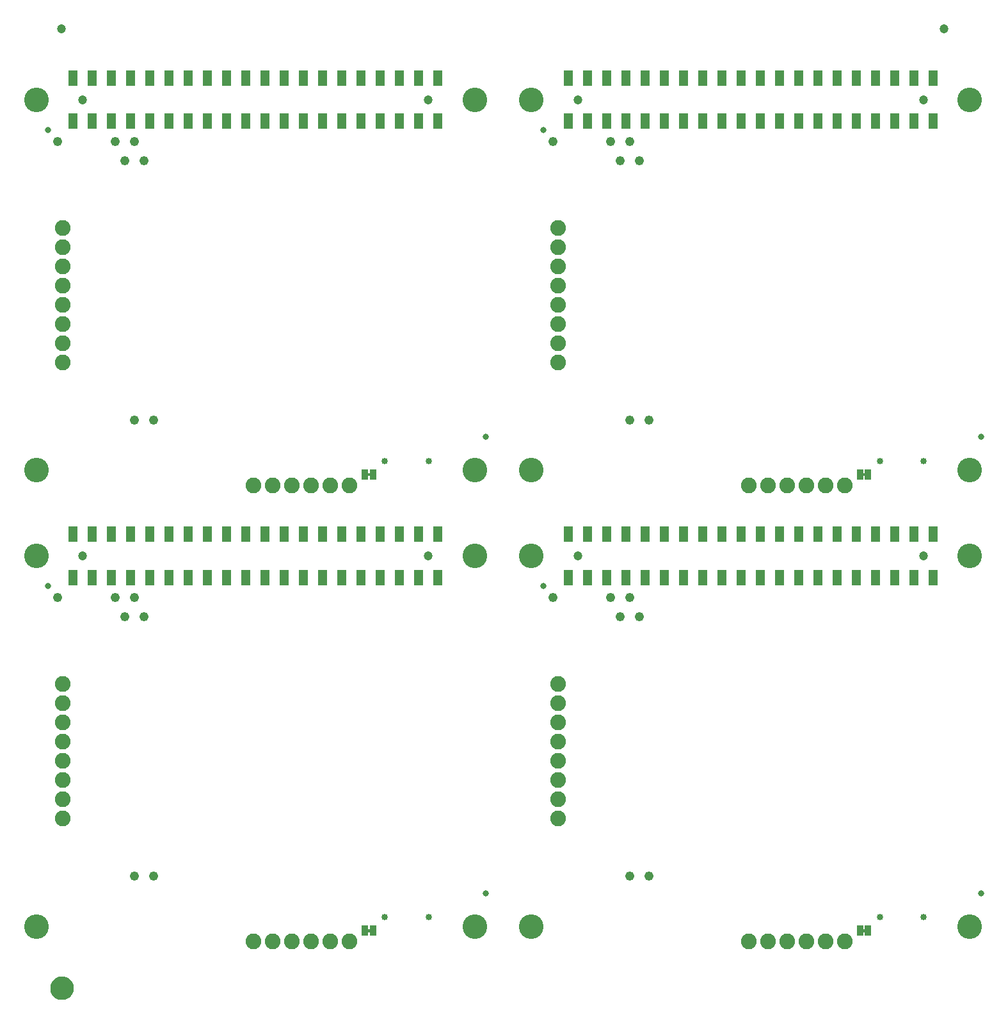
<source format=gbs>
G04 EAGLE Gerber RS-274X export*
G75*
%MOMM*%
%FSLAX34Y34*%
%LPD*%
%INSoldermask Bottom*%
%IPPOS*%
%AMOC8*
5,1,8,0,0,1.08239X$1,22.5*%
G01*
%ADD10C,0.853200*%
%ADD11R,1.223200X2.073200*%
%ADD12C,1.203200*%
%ADD13C,3.251200*%
%ADD14C,0.838200*%
%ADD15C,2.082800*%
%ADD16C,1.219200*%
%ADD17R,0.863600X1.473200*%
%ADD18C,1.270000*%
%ADD19C,1.703200*%

G36*
X1132041Y630415D02*
X1132041Y630415D01*
X1132107Y630417D01*
X1132151Y630435D01*
X1132197Y630443D01*
X1132254Y630477D01*
X1132315Y630501D01*
X1132350Y630533D01*
X1132390Y630557D01*
X1132432Y630608D01*
X1132480Y630653D01*
X1132502Y630695D01*
X1132532Y630731D01*
X1132553Y630794D01*
X1132583Y630852D01*
X1132591Y630907D01*
X1132604Y630944D01*
X1132603Y630983D01*
X1132611Y631038D01*
X1132611Y633578D01*
X1132599Y633642D01*
X1132597Y633708D01*
X1132579Y633752D01*
X1132571Y633798D01*
X1132537Y633855D01*
X1132513Y633916D01*
X1132481Y633951D01*
X1132457Y633992D01*
X1132406Y634033D01*
X1132361Y634082D01*
X1132319Y634103D01*
X1132283Y634133D01*
X1132220Y634154D01*
X1132162Y634184D01*
X1132107Y634192D01*
X1132070Y634205D01*
X1132031Y634204D01*
X1131976Y634212D01*
X1128166Y634212D01*
X1128102Y634200D01*
X1128036Y634198D01*
X1127992Y634181D01*
X1127946Y634172D01*
X1127889Y634139D01*
X1127828Y634114D01*
X1127793Y634082D01*
X1127752Y634058D01*
X1127711Y634007D01*
X1127662Y633963D01*
X1127641Y633921D01*
X1127611Y633884D01*
X1127590Y633822D01*
X1127560Y633763D01*
X1127552Y633709D01*
X1127539Y633671D01*
X1127539Y633669D01*
X1127539Y633668D01*
X1127540Y633632D01*
X1127532Y633578D01*
X1127532Y631038D01*
X1127544Y630973D01*
X1127546Y630907D01*
X1127563Y630863D01*
X1127572Y630817D01*
X1127605Y630760D01*
X1127630Y630699D01*
X1127662Y630664D01*
X1127686Y630624D01*
X1127737Y630582D01*
X1127781Y630534D01*
X1127824Y630512D01*
X1127860Y630482D01*
X1127922Y630461D01*
X1127981Y630431D01*
X1128035Y630423D01*
X1128073Y630410D01*
X1128112Y630411D01*
X1128166Y630403D01*
X1131976Y630403D01*
X1132041Y630415D01*
G37*
G36*
X476950Y630415D02*
X476950Y630415D01*
X477016Y630417D01*
X477059Y630435D01*
X477106Y630443D01*
X477163Y630477D01*
X477223Y630501D01*
X477258Y630533D01*
X477299Y630557D01*
X477341Y630608D01*
X477389Y630653D01*
X477411Y630695D01*
X477440Y630731D01*
X477461Y630794D01*
X477492Y630852D01*
X477500Y630907D01*
X477512Y630944D01*
X477511Y630983D01*
X477519Y631038D01*
X477519Y633578D01*
X477508Y633642D01*
X477506Y633708D01*
X477488Y633752D01*
X477480Y633798D01*
X477446Y633855D01*
X477421Y633916D01*
X477390Y633951D01*
X477365Y633992D01*
X477314Y634033D01*
X477270Y634082D01*
X477228Y634103D01*
X477191Y634133D01*
X477129Y634154D01*
X477070Y634184D01*
X477016Y634192D01*
X476979Y634205D01*
X476939Y634204D01*
X476885Y634212D01*
X473075Y634212D01*
X473010Y634200D01*
X472944Y634198D01*
X472901Y634181D01*
X472854Y634172D01*
X472797Y634139D01*
X472737Y634114D01*
X472702Y634082D01*
X472661Y634058D01*
X472620Y634007D01*
X472571Y633963D01*
X472549Y633921D01*
X472520Y633884D01*
X472499Y633822D01*
X472468Y633763D01*
X472460Y633709D01*
X472448Y633671D01*
X472448Y633669D01*
X472448Y633668D01*
X472449Y633632D01*
X472441Y633578D01*
X472441Y631038D01*
X472452Y630973D01*
X472454Y630907D01*
X472472Y630863D01*
X472480Y630817D01*
X472514Y630760D01*
X472539Y630699D01*
X472570Y630664D01*
X472595Y630624D01*
X472646Y630582D01*
X472690Y630534D01*
X472732Y630512D01*
X472769Y630482D01*
X472831Y630461D01*
X472890Y630431D01*
X472944Y630423D01*
X472981Y630410D01*
X473021Y630411D01*
X473075Y630403D01*
X476885Y630403D01*
X476950Y630415D01*
G37*
G36*
X1132041Y27317D02*
X1132041Y27317D01*
X1132107Y27319D01*
X1132151Y27337D01*
X1132197Y27345D01*
X1132254Y27379D01*
X1132315Y27404D01*
X1132350Y27435D01*
X1132390Y27460D01*
X1132432Y27511D01*
X1132480Y27555D01*
X1132502Y27597D01*
X1132532Y27634D01*
X1132553Y27696D01*
X1132583Y27755D01*
X1132591Y27809D01*
X1132604Y27846D01*
X1132603Y27886D01*
X1132611Y27940D01*
X1132611Y30480D01*
X1132599Y30545D01*
X1132597Y30611D01*
X1132579Y30654D01*
X1132571Y30701D01*
X1132537Y30758D01*
X1132513Y30818D01*
X1132481Y30853D01*
X1132457Y30894D01*
X1132406Y30936D01*
X1132361Y30984D01*
X1132319Y31006D01*
X1132283Y31035D01*
X1132220Y31056D01*
X1132162Y31087D01*
X1132107Y31095D01*
X1132070Y31107D01*
X1132031Y31106D01*
X1131976Y31114D01*
X1128166Y31114D01*
X1128102Y31103D01*
X1128036Y31101D01*
X1127992Y31083D01*
X1127946Y31075D01*
X1127889Y31041D01*
X1127828Y31016D01*
X1127793Y30985D01*
X1127752Y30960D01*
X1127711Y30909D01*
X1127662Y30865D01*
X1127641Y30823D01*
X1127611Y30786D01*
X1127590Y30724D01*
X1127560Y30665D01*
X1127552Y30611D01*
X1127539Y30574D01*
X1127539Y30571D01*
X1127540Y30534D01*
X1127532Y30480D01*
X1127532Y27940D01*
X1127544Y27875D01*
X1127546Y27809D01*
X1127563Y27766D01*
X1127572Y27719D01*
X1127605Y27662D01*
X1127630Y27602D01*
X1127662Y27567D01*
X1127686Y27526D01*
X1127737Y27485D01*
X1127781Y27436D01*
X1127824Y27414D01*
X1127860Y27385D01*
X1127922Y27364D01*
X1127981Y27333D01*
X1128035Y27325D01*
X1128073Y27313D01*
X1128112Y27314D01*
X1128166Y27306D01*
X1131976Y27306D01*
X1132041Y27317D01*
G37*
G36*
X476950Y27317D02*
X476950Y27317D01*
X477016Y27319D01*
X477059Y27337D01*
X477106Y27345D01*
X477163Y27379D01*
X477223Y27404D01*
X477258Y27435D01*
X477299Y27460D01*
X477341Y27511D01*
X477389Y27555D01*
X477411Y27597D01*
X477440Y27634D01*
X477461Y27696D01*
X477492Y27755D01*
X477500Y27809D01*
X477512Y27846D01*
X477511Y27886D01*
X477519Y27940D01*
X477519Y30480D01*
X477508Y30545D01*
X477506Y30611D01*
X477488Y30654D01*
X477480Y30701D01*
X477446Y30758D01*
X477421Y30818D01*
X477390Y30853D01*
X477365Y30894D01*
X477314Y30936D01*
X477270Y30984D01*
X477228Y31006D01*
X477191Y31035D01*
X477129Y31056D01*
X477070Y31087D01*
X477016Y31095D01*
X476979Y31107D01*
X476939Y31106D01*
X476885Y31114D01*
X473075Y31114D01*
X473010Y31103D01*
X472944Y31101D01*
X472901Y31083D01*
X472854Y31075D01*
X472797Y31041D01*
X472737Y31016D01*
X472702Y30985D01*
X472661Y30960D01*
X472620Y30909D01*
X472571Y30865D01*
X472549Y30823D01*
X472520Y30786D01*
X472499Y30724D01*
X472468Y30665D01*
X472460Y30611D01*
X472448Y30574D01*
X472448Y30571D01*
X472449Y30534D01*
X472441Y30480D01*
X472441Y27940D01*
X472452Y27875D01*
X472454Y27809D01*
X472472Y27766D01*
X472480Y27719D01*
X472514Y27662D01*
X472539Y27602D01*
X472570Y27567D01*
X472595Y27526D01*
X472646Y27485D01*
X472690Y27436D01*
X472732Y27414D01*
X472769Y27385D01*
X472831Y27364D01*
X472890Y27333D01*
X472944Y27325D01*
X472981Y27313D01*
X473021Y27314D01*
X473075Y27306D01*
X476885Y27306D01*
X476950Y27317D01*
G37*
D10*
X496100Y47340D03*
X553900Y47340D03*
D11*
X83720Y496285D03*
X83720Y553435D03*
X109120Y496285D03*
X109120Y553435D03*
X134520Y496285D03*
X134520Y553435D03*
X159920Y496285D03*
X159920Y553435D03*
X185320Y496285D03*
X185320Y553435D03*
X210720Y496285D03*
X210720Y553435D03*
X236120Y496285D03*
X236120Y553435D03*
X261520Y496285D03*
X261520Y553435D03*
X286920Y496285D03*
X286920Y553435D03*
X312320Y496285D03*
X312320Y553435D03*
X337720Y496285D03*
X337720Y553435D03*
X363120Y496285D03*
X363120Y553435D03*
X388520Y496285D03*
X388520Y553435D03*
X413920Y496285D03*
X413920Y553435D03*
X439320Y496285D03*
X439320Y553435D03*
X464720Y496285D03*
X464720Y553435D03*
X490120Y496285D03*
X490120Y553435D03*
X515520Y496285D03*
X515520Y553435D03*
X540920Y496285D03*
X540920Y553435D03*
X566320Y496285D03*
X566320Y553435D03*
D12*
X96420Y524860D03*
X553620Y524860D03*
D13*
X35000Y35000D03*
X615000Y35000D03*
X35000Y525000D03*
X615000Y525000D03*
D14*
X629732Y79018D03*
X50480Y485080D03*
D15*
X322500Y15000D03*
X347900Y15000D03*
X373300Y15000D03*
X398700Y15000D03*
X424100Y15000D03*
X449500Y15000D03*
D16*
X139700Y469900D03*
X165100Y469900D03*
X177800Y444500D03*
X152400Y444500D03*
X63500Y469900D03*
X190500Y101600D03*
X165100Y101600D03*
D15*
X70000Y355500D03*
X70000Y330100D03*
X70000Y304700D03*
X70000Y279300D03*
X70000Y253900D03*
X70000Y228500D03*
X70000Y203100D03*
X70000Y177700D03*
D17*
X469773Y29210D03*
X480187Y29210D03*
D10*
X1151191Y47340D03*
X1208991Y47340D03*
D11*
X738811Y496285D03*
X738811Y553435D03*
X764211Y496285D03*
X764211Y553435D03*
X789611Y496285D03*
X789611Y553435D03*
X815011Y496285D03*
X815011Y553435D03*
X840411Y496285D03*
X840411Y553435D03*
X865811Y496285D03*
X865811Y553435D03*
X891211Y496285D03*
X891211Y553435D03*
X916611Y496285D03*
X916611Y553435D03*
X942011Y496285D03*
X942011Y553435D03*
X967411Y496285D03*
X967411Y553435D03*
X992811Y496285D03*
X992811Y553435D03*
X1018211Y496285D03*
X1018211Y553435D03*
X1043611Y496285D03*
X1043611Y553435D03*
X1069011Y496285D03*
X1069011Y553435D03*
X1094411Y496285D03*
X1094411Y553435D03*
X1119811Y496285D03*
X1119811Y553435D03*
X1145211Y496285D03*
X1145211Y553435D03*
X1170611Y496285D03*
X1170611Y553435D03*
X1196011Y496285D03*
X1196011Y553435D03*
X1221411Y496285D03*
X1221411Y553435D03*
D12*
X751511Y524860D03*
X1208711Y524860D03*
D13*
X690091Y35000D03*
X1270091Y35000D03*
X690091Y525000D03*
X1270091Y525000D03*
D14*
X1284823Y79018D03*
X705571Y485080D03*
D15*
X977591Y15000D03*
X1002991Y15000D03*
X1028391Y15000D03*
X1053791Y15000D03*
X1079191Y15000D03*
X1104591Y15000D03*
D16*
X794791Y469900D03*
X820191Y469900D03*
X832891Y444500D03*
X807491Y444500D03*
X718591Y469900D03*
X845591Y101600D03*
X820191Y101600D03*
D15*
X725091Y355500D03*
X725091Y330100D03*
X725091Y304700D03*
X725091Y279300D03*
X725091Y253900D03*
X725091Y228500D03*
X725091Y203100D03*
X725091Y177700D03*
D17*
X1124864Y29210D03*
X1135278Y29210D03*
D10*
X496100Y650438D03*
X553900Y650438D03*
D11*
X83720Y1099383D03*
X83720Y1156533D03*
X109120Y1099383D03*
X109120Y1156533D03*
X134520Y1099383D03*
X134520Y1156533D03*
X159920Y1099383D03*
X159920Y1156533D03*
X185320Y1099383D03*
X185320Y1156533D03*
X210720Y1099383D03*
X210720Y1156533D03*
X236120Y1099383D03*
X236120Y1156533D03*
X261520Y1099383D03*
X261520Y1156533D03*
X286920Y1099383D03*
X286920Y1156533D03*
X312320Y1099383D03*
X312320Y1156533D03*
X337720Y1099383D03*
X337720Y1156533D03*
X363120Y1099383D03*
X363120Y1156533D03*
X388520Y1099383D03*
X388520Y1156533D03*
X413920Y1099383D03*
X413920Y1156533D03*
X439320Y1099383D03*
X439320Y1156533D03*
X464720Y1099383D03*
X464720Y1156533D03*
X490120Y1099383D03*
X490120Y1156533D03*
X515520Y1099383D03*
X515520Y1156533D03*
X540920Y1099383D03*
X540920Y1156533D03*
X566320Y1099383D03*
X566320Y1156533D03*
D12*
X96420Y1127958D03*
X553620Y1127958D03*
D13*
X35000Y638098D03*
X615000Y638098D03*
X35000Y1128098D03*
X615000Y1128098D03*
D14*
X629732Y682116D03*
X50480Y1088178D03*
D15*
X322500Y618098D03*
X347900Y618098D03*
X373300Y618098D03*
X398700Y618098D03*
X424100Y618098D03*
X449500Y618098D03*
D16*
X139700Y1072998D03*
X165100Y1072998D03*
X177800Y1047598D03*
X152400Y1047598D03*
X63500Y1072998D03*
X190500Y704698D03*
X165100Y704698D03*
D15*
X70000Y958598D03*
X70000Y933198D03*
X70000Y907798D03*
X70000Y882398D03*
X70000Y856998D03*
X70000Y831598D03*
X70000Y806198D03*
X70000Y780798D03*
D17*
X469773Y632308D03*
X480187Y632308D03*
D10*
X1151191Y650438D03*
X1208991Y650438D03*
D11*
X738811Y1099383D03*
X738811Y1156533D03*
X764211Y1099383D03*
X764211Y1156533D03*
X789611Y1099383D03*
X789611Y1156533D03*
X815011Y1099383D03*
X815011Y1156533D03*
X840411Y1099383D03*
X840411Y1156533D03*
X865811Y1099383D03*
X865811Y1156533D03*
X891211Y1099383D03*
X891211Y1156533D03*
X916611Y1099383D03*
X916611Y1156533D03*
X942011Y1099383D03*
X942011Y1156533D03*
X967411Y1099383D03*
X967411Y1156533D03*
X992811Y1099383D03*
X992811Y1156533D03*
X1018211Y1099383D03*
X1018211Y1156533D03*
X1043611Y1099383D03*
X1043611Y1156533D03*
X1069011Y1099383D03*
X1069011Y1156533D03*
X1094411Y1099383D03*
X1094411Y1156533D03*
X1119811Y1099383D03*
X1119811Y1156533D03*
X1145211Y1099383D03*
X1145211Y1156533D03*
X1170611Y1099383D03*
X1170611Y1156533D03*
X1196011Y1099383D03*
X1196011Y1156533D03*
X1221411Y1099383D03*
X1221411Y1156533D03*
D12*
X751511Y1127958D03*
X1208711Y1127958D03*
D13*
X690091Y638098D03*
X1270091Y638098D03*
X690091Y1128098D03*
X1270091Y1128098D03*
D14*
X1284823Y682116D03*
X705571Y1088178D03*
D15*
X977591Y618098D03*
X1002991Y618098D03*
X1028391Y618098D03*
X1053791Y618098D03*
X1079191Y618098D03*
X1104591Y618098D03*
D16*
X794791Y1072998D03*
X820191Y1072998D03*
X832891Y1047598D03*
X807491Y1047598D03*
X718591Y1072998D03*
X845591Y704698D03*
X820191Y704698D03*
D15*
X725091Y958598D03*
X725091Y933198D03*
X725091Y907798D03*
X725091Y882398D03*
X725091Y856998D03*
X725091Y831598D03*
X725091Y806198D03*
X725091Y780798D03*
D17*
X1124864Y632308D03*
X1135278Y632308D03*
D12*
X68580Y1222070D03*
X1235862Y1222070D03*
D18*
X59525Y-46355D02*
X59528Y-46133D01*
X59536Y-45911D01*
X59550Y-45689D01*
X59569Y-45467D01*
X59593Y-45247D01*
X59623Y-45026D01*
X59658Y-44807D01*
X59699Y-44588D01*
X59745Y-44371D01*
X59796Y-44155D01*
X59853Y-43940D01*
X59915Y-43726D01*
X59982Y-43515D01*
X60054Y-43304D01*
X60132Y-43096D01*
X60214Y-42890D01*
X60302Y-42686D01*
X60394Y-42483D01*
X60492Y-42284D01*
X60594Y-42087D01*
X60701Y-41892D01*
X60813Y-41700D01*
X60930Y-41511D01*
X61051Y-41324D01*
X61177Y-41141D01*
X61307Y-40961D01*
X61442Y-40784D01*
X61580Y-40611D01*
X61723Y-40441D01*
X61871Y-40274D01*
X62022Y-40111D01*
X62177Y-39952D01*
X62336Y-39797D01*
X62499Y-39646D01*
X62666Y-39498D01*
X62836Y-39355D01*
X63009Y-39217D01*
X63186Y-39082D01*
X63366Y-38952D01*
X63549Y-38826D01*
X63736Y-38705D01*
X63925Y-38588D01*
X64117Y-38476D01*
X64312Y-38369D01*
X64509Y-38267D01*
X64708Y-38169D01*
X64911Y-38077D01*
X65115Y-37989D01*
X65321Y-37907D01*
X65529Y-37829D01*
X65740Y-37757D01*
X65951Y-37690D01*
X66165Y-37628D01*
X66380Y-37571D01*
X66596Y-37520D01*
X66813Y-37474D01*
X67032Y-37433D01*
X67251Y-37398D01*
X67472Y-37368D01*
X67692Y-37344D01*
X67914Y-37325D01*
X68136Y-37311D01*
X68358Y-37303D01*
X68580Y-37300D01*
X68802Y-37303D01*
X69024Y-37311D01*
X69246Y-37325D01*
X69468Y-37344D01*
X69688Y-37368D01*
X69909Y-37398D01*
X70128Y-37433D01*
X70347Y-37474D01*
X70564Y-37520D01*
X70780Y-37571D01*
X70995Y-37628D01*
X71209Y-37690D01*
X71420Y-37757D01*
X71631Y-37829D01*
X71839Y-37907D01*
X72045Y-37989D01*
X72249Y-38077D01*
X72452Y-38169D01*
X72651Y-38267D01*
X72848Y-38369D01*
X73043Y-38476D01*
X73235Y-38588D01*
X73424Y-38705D01*
X73611Y-38826D01*
X73794Y-38952D01*
X73974Y-39082D01*
X74151Y-39217D01*
X74324Y-39355D01*
X74494Y-39498D01*
X74661Y-39646D01*
X74824Y-39797D01*
X74983Y-39952D01*
X75138Y-40111D01*
X75289Y-40274D01*
X75437Y-40441D01*
X75580Y-40611D01*
X75718Y-40784D01*
X75853Y-40961D01*
X75983Y-41141D01*
X76109Y-41324D01*
X76230Y-41511D01*
X76347Y-41700D01*
X76459Y-41892D01*
X76566Y-42087D01*
X76668Y-42284D01*
X76766Y-42483D01*
X76858Y-42686D01*
X76946Y-42890D01*
X77028Y-43096D01*
X77106Y-43304D01*
X77178Y-43515D01*
X77245Y-43726D01*
X77307Y-43940D01*
X77364Y-44155D01*
X77415Y-44371D01*
X77461Y-44588D01*
X77502Y-44807D01*
X77537Y-45026D01*
X77567Y-45247D01*
X77591Y-45467D01*
X77610Y-45689D01*
X77624Y-45911D01*
X77632Y-46133D01*
X77635Y-46355D01*
X77632Y-46577D01*
X77624Y-46799D01*
X77610Y-47021D01*
X77591Y-47243D01*
X77567Y-47463D01*
X77537Y-47684D01*
X77502Y-47903D01*
X77461Y-48122D01*
X77415Y-48339D01*
X77364Y-48555D01*
X77307Y-48770D01*
X77245Y-48984D01*
X77178Y-49195D01*
X77106Y-49406D01*
X77028Y-49614D01*
X76946Y-49820D01*
X76858Y-50024D01*
X76766Y-50227D01*
X76668Y-50426D01*
X76566Y-50623D01*
X76459Y-50818D01*
X76347Y-51010D01*
X76230Y-51199D01*
X76109Y-51386D01*
X75983Y-51569D01*
X75853Y-51749D01*
X75718Y-51926D01*
X75580Y-52099D01*
X75437Y-52269D01*
X75289Y-52436D01*
X75138Y-52599D01*
X74983Y-52758D01*
X74824Y-52913D01*
X74661Y-53064D01*
X74494Y-53212D01*
X74324Y-53355D01*
X74151Y-53493D01*
X73974Y-53628D01*
X73794Y-53758D01*
X73611Y-53884D01*
X73424Y-54005D01*
X73235Y-54122D01*
X73043Y-54234D01*
X72848Y-54341D01*
X72651Y-54443D01*
X72452Y-54541D01*
X72249Y-54633D01*
X72045Y-54721D01*
X71839Y-54803D01*
X71631Y-54881D01*
X71420Y-54953D01*
X71209Y-55020D01*
X70995Y-55082D01*
X70780Y-55139D01*
X70564Y-55190D01*
X70347Y-55236D01*
X70128Y-55277D01*
X69909Y-55312D01*
X69688Y-55342D01*
X69468Y-55366D01*
X69246Y-55385D01*
X69024Y-55399D01*
X68802Y-55407D01*
X68580Y-55410D01*
X68358Y-55407D01*
X68136Y-55399D01*
X67914Y-55385D01*
X67692Y-55366D01*
X67472Y-55342D01*
X67251Y-55312D01*
X67032Y-55277D01*
X66813Y-55236D01*
X66596Y-55190D01*
X66380Y-55139D01*
X66165Y-55082D01*
X65951Y-55020D01*
X65740Y-54953D01*
X65529Y-54881D01*
X65321Y-54803D01*
X65115Y-54721D01*
X64911Y-54633D01*
X64708Y-54541D01*
X64509Y-54443D01*
X64312Y-54341D01*
X64117Y-54234D01*
X63925Y-54122D01*
X63736Y-54005D01*
X63549Y-53884D01*
X63366Y-53758D01*
X63186Y-53628D01*
X63009Y-53493D01*
X62836Y-53355D01*
X62666Y-53212D01*
X62499Y-53064D01*
X62336Y-52913D01*
X62177Y-52758D01*
X62022Y-52599D01*
X61871Y-52436D01*
X61723Y-52269D01*
X61580Y-52099D01*
X61442Y-51926D01*
X61307Y-51749D01*
X61177Y-51569D01*
X61051Y-51386D01*
X60930Y-51199D01*
X60813Y-51010D01*
X60701Y-50818D01*
X60594Y-50623D01*
X60492Y-50426D01*
X60394Y-50227D01*
X60302Y-50024D01*
X60214Y-49820D01*
X60132Y-49614D01*
X60054Y-49406D01*
X59982Y-49195D01*
X59915Y-48984D01*
X59853Y-48770D01*
X59796Y-48555D01*
X59745Y-48339D01*
X59699Y-48122D01*
X59658Y-47903D01*
X59623Y-47684D01*
X59593Y-47463D01*
X59569Y-47243D01*
X59550Y-47021D01*
X59536Y-46799D01*
X59528Y-46577D01*
X59525Y-46355D01*
D19*
X68580Y-46355D03*
M02*

</source>
